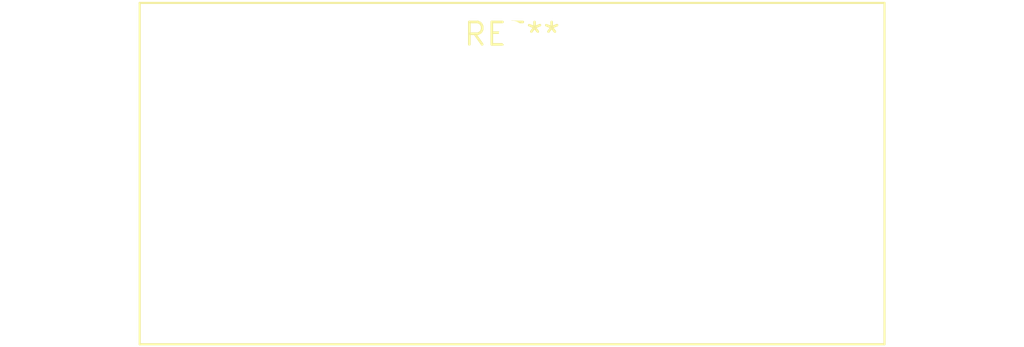
<source format=kicad_pcb>
(kicad_pcb (version 20240108) (generator pcbnew)
  (layers (0 "F.Cu" signal) (31 "B.Cu" signal) (34 "B.Paste" user) (35 "F.Paste" user) (36 "B.SilkS" user "B.Silkscreen") (37 "F.SilkS" user "F.Silkscreen") (38 "B.Mask" user) (39 "F.Mask" user) (44 "Edge.Cuts" user))
  (net 0 "")
  (footprint "L_Toroid_Vertical_L41.9mm_W19.1mm_P15.80mm_Vishay_TJ7" (layer "F.Cu") (at 0 0)
    (property "Reference" "REF**")
    (property "Value" "L_Toroid_Vertical_L41.9mm_W19.1mm_P15.80mm_Vishay_TJ7")
    (fp_line (start -21.07 -1.77) (end -21.07 17.57) (layer "F.SilkS") (stroke (width 0.12)))
    (fp_line (start -21.07 -1.77) (end 21.07 -1.77) (layer "F.SilkS") (stroke (width 0.12)))
    (fp_line (start -21.07 17.57) (end 21.07 17.57) (layer "F.SilkS") (stroke (width 0.12)))
    (fp_line (start 21.07 -1.77) (end 21.07 17.57) (layer "F.SilkS") (stroke (width 0.12)))
    (pad "1" thru_hole circle (at 0 0) (size 3 3) (drill 1.5) (layers *.Cu *.Mask) (remove_unused_layers))
    (pad "2" thru_hole circle (at 0 15.8) (size 3 3) (drill 1.5) (layers *.Cu *.Mask) (remove_unused_layers))
  )
)
</source>
